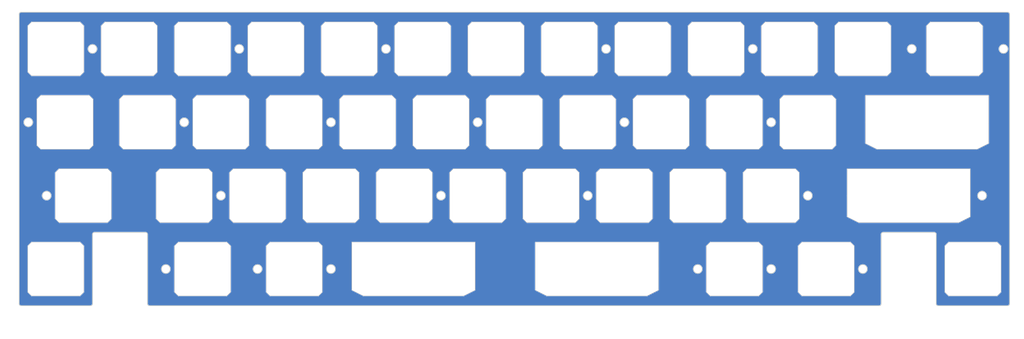
<source format=kicad_pcb>
(kicad_pcb (version 20221018) (generator pcbnew)
  (layers (0 "F.Cu" signal) (31 "B.Cu" signal) (34 "B.Paste" user) (35 "F.Paste" user) (36 "B.SilkS" user "B.Silkscreen") (37 "F.SilkS" user "F.Silkscreen") (38 "B.Mask" user) (39 "F.Mask" user) (44 "Edge.Cuts" user))
  (net 0 "")
  (net 1 "GND")
  (footprint "cipulot_parts:ecs_plate_cut_1U" (layer "F.Cu") (at 26.9875 91.28125)
    (fp_text reference "REF**")
    (fp_text value "Value " hide)
    (fp_line (start -7.3 -6) (end -7.3 6) (stroke (width 0.12)) (layer "Edge.Cuts"))
    (fp_line (start -7.3 6) (end -6.3 7) (stroke (width 0.12)) (layer "Edge.Cuts"))
    (fp_line (start -6.3 -7) (end -7.3 -6) (stroke (width 0.12)) (layer "Edge.Cuts"))
    (fp_line (start -6.3 7) (end 6.3 7) (stroke (width 0.12)) (layer "Edge.Cuts"))
    (fp_line (start 6.3 -7) (end -6.3 -7) (stroke (width 0.12)) (layer "Edge.Cuts"))
    (fp_line (start 6.3 -7) (end 7.3 -6) (stroke (width 0.12)) (layer "Edge.Cuts"))
    (fp_line (start 6.3 7) (end 7.3 6) (stroke (width 0.12)) (layer "Edge.Cuts"))
    (fp_line (start 7.3 6) (end 7.3 -6) (stroke (width 0.12)) (layer "Edge.Cuts"))
  )
  (footprint "cipulot_parts:ecs_plate_cut_1U" (layer "F.Cu") (at 136.525 72.23125)
    (fp_text reference "REF**")
    (fp_text value "Value " hide)
    (fp_line (start -7.3 -6) (end -7.3 6) (stroke (width 0.12)) (layer "Edge.Cuts"))
    (fp_line (start -7.3 6) (end -6.3 7) (stroke (width 0.12)) (layer "Edge.Cuts"))
    (fp_line (start -6.3 -7) (end -7.3 -6) (stroke (width 0.12)) (layer "Edge.Cuts"))
    (fp_line (start -6.3 7) (end 6.3 7) (stroke (width 0.12)) (layer "Edge.Cuts"))
    (fp_line (start 6.3 -7) (end -6.3 -7) (stroke (width 0.12)) (layer "Edge.Cuts"))
    (fp_line (start 6.3 -7) (end 7.3 -6) (stroke (width 0.12)) (layer "Edge.Cuts"))
    (fp_line (start 6.3 7) (end 7.3 6) (stroke (width 0.12)) (layer "Edge.Cuts"))
    (fp_line (start 7.3 6) (end 7.3 -6) (stroke (width 0.12)) (layer "Edge.Cuts"))
  )
  (footprint "cipulot_parts:ecs_plate_cut_1U" (layer "F.Cu") (at 146.05 53.18125)
    (fp_text reference "REF**")
    (fp_text value "Value " hide)
    (fp_line (start -7.3 -6) (end -7.3 6) (stroke (width 0.12)) (layer "Edge.Cuts"))
    (fp_line (start -7.3 6) (end -6.3 7) (stroke (width 0.12)) (layer "Edge.Cuts"))
    (fp_line (start -6.3 -7) (end -7.3 -6) (stroke (width 0.12)) (layer "Edge.Cuts"))
    (fp_line (start -6.3 7) (end 6.3 7) (stroke (width 0.12)) (layer "Edge.Cuts"))
    (fp_line (start 6.3 -7) (end -6.3 -7) (stroke (width 0.12)) (layer "Edge.Cuts"))
    (fp_line (start 6.3 -7) (end 7.3 -6) (stroke (width 0.12)) (layer "Edge.Cuts"))
    (fp_line (start 6.3 7) (end 7.3 6) (stroke (width 0.12)) (layer "Edge.Cuts"))
    (fp_line (start 7.3 6) (end 7.3 -6) (stroke (width 0.12)) (layer "Edge.Cuts"))
  )
  (footprint "cipulot_parts:ecs_plate_cut_1U" (layer "F.Cu") (at 46.0375 34.13125)
    (fp_text reference "REF**")
    (fp_text value "Value " hide)
    (fp_line (start -7.3 -6) (end -7.3 6) (stroke (width 0.12)) (layer "Edge.Cuts"))
    (fp_line (start -7.3 6) (end -6.3 7) (stroke (width 0.12)) (layer "Edge.Cuts"))
    (fp_line (start -6.3 -7) (end -7.3 -6) (stroke (width 0.12)) (layer "Edge.Cuts"))
    (fp_line (start -6.3 7) (end 6.3 7) (stroke (width 0.12)) (layer "Edge.Cuts"))
    (fp_line (start 6.3 -7) (end -6.3 -7) (stroke (width 0.12)) (layer "Edge.Cuts"))
    (fp_line (start 6.3 -7) (end 7.3 -6) (stroke (width 0.12)) (layer "Edge.Cuts"))
    (fp_line (start 6.3 7) (end 7.3 6) (stroke (width 0.12)) (layer "Edge.Cuts"))
    (fp_line (start 7.3 6) (end 7.3 -6) (stroke (width 0.12)) (layer "Edge.Cuts"))
  )
  (footprint "cipulot_parts:ecs_plate_cut_1U" (layer "F.Cu") (at 227.0125 91.28125)
    (fp_text reference "REF**")
    (fp_text value "Value " hide)
    (fp_line (start -7.3 -6) (end -7.3 6) (stroke (width 0.12)) (layer "Edge.Cuts"))
    (fp_line (start -7.3 6) (end -6.3 7) (stroke (width 0.12)) (layer "Edge.Cuts"))
    (fp_line (start -6.3 -7) (end -7.3 -6) (stroke (width 0.12)) (layer "Edge.Cuts"))
    (fp_line (start -6.3 7) (end 6.3 7) (stroke (width 0.12)) (layer "Edge.Cuts"))
    (fp_line (start 6.3 -7) (end -6.3 -7) (stroke (width 0.12)) (layer "Edge.Cuts"))
    (fp_line (start 6.3 -7) (end 7.3 -6) (stroke (width 0.12)) (layer "Edge.Cuts"))
    (fp_line (start 6.3 7) (end 7.3 6) (stroke (width 0.12)) (layer "Edge.Cuts"))
    (fp_line (start 7.3 6) (end 7.3 -6) (stroke (width 0.12)) (layer "Edge.Cuts"))
  )
  (footprint "cipulot_parts:ecs_plate_cut_1U" (layer "F.Cu") (at 79.375 72.23125)
    (fp_text reference "REF**")
    (fp_text value "Value " hide)
    (fp_line (start -7.3 -6) (end -7.3 6) (stroke (width 0.12)) (layer "Edge.Cuts"))
    (fp_line (start -7.3 6) (end -6.3 7) (stroke (width 0.12)) (layer "Edge.Cuts"))
    (fp_line (start -6.3 -7) (end -7.3 -6) (stroke (width 0.12)) (layer "Edge.Cuts"))
    (fp_line (start -6.3 7) (end 6.3 7) (stroke (width 0.12)) (layer "Edge.Cuts"))
    (fp_line (start 6.3 -7) (end -6.3 -7) (stroke (width 0.12)) (layer "Edge.Cuts"))
    (fp_line (start 6.3 -7) (end 7.3 -6) (stroke (width 0.12)) (layer "Edge.Cuts"))
    (fp_line (start 6.3 7) (end 7.3 6) (stroke (width 0.12)) (layer "Edge.Cuts"))
    (fp_line (start 7.3 6) (end 7.3 -6) (stroke (width 0.12)) (layer "Edge.Cuts"))
  )
  (footprint "cipulot_parts:ecs_plate_cut_1U" (layer "F.Cu") (at 88.9 53.18125)
    (fp_text reference "REF**")
    (fp_text value "Value " hide)
    (fp_line (start -7.3 -6) (end -7.3 6) (stroke (width 0.12)) (layer "Edge.Cuts"))
    (fp_line (start -7.3 6) (end -6.3 7) (stroke (width 0.12)) (layer "Edge.Cuts"))
    (fp_line (start -6.3 -7) (end -7.3 -6) (stroke (width 0.12)) (layer "Edge.Cuts"))
    (fp_line (start -6.3 7) (end 6.3 7) (stroke (width 0.12)) (layer "Edge.Cuts"))
    (fp_line (start 6.3 -7) (end -6.3 -7) (stroke (width 0.12)) (layer "Edge.Cuts"))
    (fp_line (start 6.3 -7) (end 7.3 -6) (stroke (width 0.12)) (layer "Edge.Cuts"))
    (fp_line (start 6.3 7) (end 7.3 6) (stroke (width 0.12)) (layer "Edge.Cuts"))
    (fp_line (start 7.3 6) (end 7.3 -6) (stroke (width 0.12)) (layer "Edge.Cuts"))
  )
  (footprint "cipulot_parts:ecs_plate_cut_1U" (layer "F.Cu") (at 260.35 34.13125)
    (fp_text reference "REF**")
    (fp_text value "Value " hide)
    (fp_line (start -7.3 -6) (end -7.3 6) (stroke (width 0.12)) (layer "Edge.Cuts"))
    (fp_line (start -7.3 6) (end -6.3 7) (stroke (width 0.12)) (layer "Edge.Cuts"))
    (fp_line (start -6.3 -7) (end -7.3 -6) (stroke (width 0.12)) (layer "Edge.Cuts"))
    (fp_line (start -6.3 7) (end 6.3 7) (stroke (width 0.12)) (layer "Edge.Cuts"))
    (fp_line (start 6.3 -7) (end -6.3 -7) (stroke (width 0.12)) (layer "Edge.Cuts"))
    (fp_line (start 6.3 -7) (end 7.3 -6) (stroke (width 0.12)) (layer "Edge.Cuts"))
    (fp_line (start 6.3 7) (end 7.3 6) (stroke (width 0.12)) (layer "Edge.Cuts"))
    (fp_line (start 7.3 6) (end 7.3 -6) (stroke (width 0.12)) (layer "Edge.Cuts"))
  )
  (footprint "cipulot_parts:ecs_plate_cut_1U" (layer "F.Cu") (at 127 53.18125)
    (fp_text reference "REF**")
    (fp_text value "Value " hide)
    (fp_line (start -7.3 -6) (end -7.3 6) (stroke (width 0.12)) (layer "Edge.Cuts"))
    (fp_line (start -7.3 6) (end -6.3 7) (stroke (width 0.12)) (layer "Edge.Cuts"))
    (fp_line (start -6.3 -7) (end -7.3 -6) (stroke (width 0.12)) (layer "Edge.Cuts"))
    (fp_line (start -6.3 7) (end 6.3 7) (stroke (width 0.12)) (layer "Edge.Cuts"))
    (fp_line (start 6.3 -7) (end -6.3 -7) (stroke (width 0.12)) (layer "Edge.Cuts"))
    (fp_line (start 6.3 -7) (end 7.3 -6) (stroke (width 0.12)) (layer "Edge.Cuts"))
    (fp_line (start 6.3 7) (end 7.3 6) (stroke (width 0.12)) (layer "Edge.Cuts"))
    (fp_line (start 7.3 6) (end 7.3 -6) (stroke (width 0.12)) (layer "Edge.Cuts"))
  )
  (footprint "cipulot_parts:ecs_plate_cut_1U" (layer "F.Cu") (at 198.4375 34.13125)
    (fp_text reference "REF**")
    (fp_text value "Value " hide)
    (fp_line (start -7.3 -6) (end -7.3 6) (stroke (width 0.12)) (layer "Edge.Cuts"))
    (fp_line (start -7.3 6) (end -6.3 7) (stroke (width 0.12)) (layer "Edge.Cuts"))
    (fp_line (start -6.3 -7) (end -7.3 -6) (stroke (width 0.12)) (layer "Edge.Cuts"))
    (fp_line (start -6.3 7) (end 6.3 7) (stroke (width 0.12)) (layer "Edge.Cuts"))
    (fp_line (start 6.3 -7) (end -6.3 -7) (stroke (width 0.12)) (layer "Edge.Cuts"))
    (fp_line (start 6.3 -7) (end 7.3 -6) (stroke (width 0.12)) (layer "Edge.Cuts"))
    (fp_line (start 6.3 7) (end 7.3 6) (stroke (width 0.12)) (layer "Edge.Cuts"))
    (fp_line (start 7.3 6) (end 7.3 -6) (stroke (width 0.12)) (layer "Edge.Cuts"))
  )
  (footprint "cipulot_parts:ecs_plate_cut_1U" (layer "F.Cu") (at 203.2 53.18125)
    (fp_text reference "REF**")
    (fp_text value "Value " hide)
    (fp_line (start -7.3 -6) (end -7.3 6) (stroke (width 0.12)) (layer "Edge.Cuts"))
    (fp_line (start -7.3 6) (end -6.3 7) (stroke (width 0.12)) (layer "Edge.Cuts"))
    (fp_line (start -6.3 -7) (end -7.3 -6) (stroke (width 0.12)) (layer "Edge.Cuts"))
    (fp_line (start -6.3 7) (end 6.3 7) (stroke (width 0.12)) (layer "Edge.Cuts"))
    (fp_line (start 6.3 -7) (end -6.3 -7) (stroke (width 0.12)) (layer "Edge.Cuts"))
    (fp_line (start 6.3 -7) (end 7.3 -6) (stroke (width 0.12)) (layer "Edge.Cuts"))
    (fp_line (start 6.3 7) (end 7.3 6) (stroke (width 0.12)) (layer "Edge.Cuts"))
    (fp_line (start 7.3 6) (end 7.3 -6) (stroke (width 0.12)) (layer "Edge.Cuts"))
  )
  (footprint "cipulot_parts:ecs_plate_cut_1U" (layer "F.Cu") (at 165.1 53.18125)
    (fp_text reference "REF**")
    (fp_text value "Value " hide)
    (fp_line (start -7.3 -6) (end -7.3 6) (stroke (width 0.12)) (layer "Edge.Cuts"))
    (fp_line (start -7.3 6) (end -6.3 7) (stroke (width 0.12)) (layer "Edge.Cuts"))
    (fp_line (start -6.3 -7) (end -7.3 -6) (stroke (width 0.12)) (layer "Edge.Cuts"))
    (fp_line (start -6.3 7) (end 6.3 7) (stroke (width 0.12)) (layer "Edge.Cuts"))
    (fp_line (start 6.3 -7) (end -6.3 -7) (stroke (width 0.12)) (layer "Edge.Cuts"))
    (fp_line (start 6.3 -7) (end 7.3 -6) (stroke (width 0.12)) (layer "Edge.Cuts"))
    (fp_line (start 6.3 7) (end 7.3 6) (stroke (width 0.12)) (layer "Edge.Cuts"))
    (fp_line (start 7.3 6) (end 7.3 -6) (stroke (width 0.12)) (layer "Edge.Cuts"))
  )
  (footprint "cipulot_parts:ecs_plate_cut_1U" (layer "F.Cu") (at 217.4875 34.13125)
    (fp_text reference "REF**")
    (fp_text value "Value " hide)
    (fp_line (start -7.3 -6) (end -7.3 6) (stroke (width 0.12)) (layer "Edge.Cuts"))
    (fp_line (start -7.3 6) (end -6.3 7) (stroke (width 0.12)) (layer "Edge.Cuts"))
    (fp_line (start -6.3 -7) (end -7.3 -6) (stroke (width 0.12)) (layer "Edge.Cuts"))
    (fp_line (start -6.3 7) (end 6.3 7) (stroke (width 0.12)) (layer "Edge.Cuts"))
    (fp_line (start 6.3 -7) (end -6.3 -7) (stroke (width 0.12)) (layer "Edge.Cuts"))
    (fp_line (start 6.3 -7) (end 7.3 -6) (stroke (width 0.12)) (layer "Edge.Cuts"))
    (fp_line (start 6.3 7) (end 7.3 6) (stroke (width 0.12)) (layer "Edge.Cuts"))
    (fp_line (start 7.3 6) (end 7.3 -6) (stroke (width 0.12)) (layer "Edge.Cuts"))
  )
  (footprint "cipulot_parts:ecs_plate_cut_1U" (layer "F.Cu") (at 117.475 72.23125)
    (fp_text reference "REF**")
    (fp_text value "Value " hide)
    (fp_line (start -7.3 -6) (end -7.3 6) (stroke (width 0.12)) (layer "Edge.Cuts"))
    (fp_line (start -7.3 6) (end -6.3 7) (stroke (width 0.12)) (layer "Edge.Cuts"))
    (fp_line (start -6.3 -7) (end -7.3 -6) (stroke (width 0.12)) (layer "Edge.Cuts"))
    (fp_line (start -6.3 7) (end 6.3 7) (stroke (width 0.12)) (layer "Edge.Cuts"))
    (fp_line (start 6.3 -7) (end -6.3 -7) (stroke (width 0.12)) (layer "Edge.Cuts"))
    (fp_line (start 6.3 -7) (end 7.3 -6) (stroke (width 0.12)) (layer "Edge.Cuts"))
    (fp_line (start 6.3 7) (end 7.3 6) (stroke (width 0.12)) (layer "Edge.Cuts"))
    (fp_line (start 7.3 6) (end 7.3 -6) (stroke (width 0.12)) (layer "Edge.Cuts"))
  )
  (footprint "cipulot_parts:ecs_plate_cut_1U" (layer "F.Cu") (at 84.137501 34.13125)
    (fp_text reference "REF**")
    (fp_text value "Value " hide)
    (fp_line (start -7.3 -6) (end -7.3 6) (stroke (width 0.12)) (layer "Edge.Cuts"))
    (fp_line (start -7.3 6) (end -6.3 7) (stroke (width 0.12)) (layer "Edge.Cuts"))
    (fp_line (start -6.3 -7) (end -7.3 -6) (stroke (width 0.12)) (layer "Edge.Cuts"))
    (fp_line (start -6.3 7) (end 6.3 7) (stroke (width 0.12)) (layer "Edge.Cuts"))
    (fp_line (start 6.3 -7) (end -6.3 -7) (stroke (width 0.12)) (layer "Edge.Cuts"))
    (fp_line (start 6.3 -7) (end 7.3 -6) (stroke (width 0.12)) (layer "Edge.Cuts"))
    (fp_line (start 6.3 7) (end 7.3 6) (stroke (width 0.12)) (layer "Edge.Cuts"))
    (fp_line (start 7.3 6) (end 7.3 -6) (stroke (width 0.12)) (layer "Edge.Cuts"))
  )
  (footprint "cipulot_parts:ecs_plate_cut_1U" (layer "F.Cu") (at 34.13125 72.23125)
    (fp_text reference "REF**")
    (fp_text value "Value " hide)
    (fp_line (start -7.3 -6) (end -7.3 6) (stroke (width 0.12)) (layer "Edge.Cuts"))
    (fp_line (start -7.3 6) (end -6.3 7) (stroke (width 0.12)) (layer "Edge.Cuts"))
    (fp_line (start -6.3 -7) (end -7.3 -6) (stroke (width 0.12)) (layer "Edge.Cuts"))
    (fp_line (start -6.3 7) (end 6.3 7) (stroke (width 0.12)) (layer "Edge.Cuts"))
    (fp_line (start 6.3 -7) (end -6.3 -7) (stroke (width 0.12)) (layer "Edge.Cuts"))
    (fp_line (start 6.3 -7) (end 7.3 -6) (stroke (width 0.12)) (layer "Edge.Cuts"))
    (fp_line (start 6.3 7) (end 7.3 6) (stroke (width 0.12)) (layer "Edge.Cuts"))
    (fp_line (start 7.3 6) (end 7.3 -6) (stroke (width 0.12)) (layer "Edge.Cuts"))
  )
  (footprint "cipulot_parts:ecs_plate_cut_1U" (layer "F.Cu") (at 155.575 72.23125)
    (fp_text reference "REF**")
    (fp_text value "Value " hide)
    (fp_line (start -7.3 -6) (end -7.3 6) (stroke (width 0.12)) (layer "Edge.Cuts"))
    (fp_line (start -7.3 6) (end -6.3 7) (stroke (width 0.12)) (layer "Edge.Cuts"))
    (fp_line (start -6.3 -7) (end -7.3 -6) (stroke (width 0.12)) (layer "Edge.Cuts"))
    (fp_line (start -6.3 7) (end 6.3 7) (stroke (width 0.12)) (layer "Edge.Cuts"))
    (fp_line (start 6.3 -7) (end -6.3 -7) (stroke (width 0.12)) (layer "Edge.Cuts"))
    (fp_line (start 6.3 -7) (end 7.3 -6) (stroke (width 0.12)) (layer "Edge.Cuts"))
    (fp_line (start 6.3 7) (end 7.3 6) (stroke (width 0.12)) (layer "Edge.Cuts"))
    (fp_line (start 7.3 6) (end 7.3 -6) (stroke (width 0.12)) (layer "Edge.Cuts"))
  )
  (footprint "cipulot_parts:ecs_plate_cut_1U" (layer "F.Cu") (at 60.325 72.23125)
    (fp_text reference "REF**")
    (fp_text value "Value " hide)
    (fp_line (start -7.3 -6) (end -7.3 6) (stroke (width 0.12)) (layer "Edge.Cuts"))
    (fp_line (start -7.3 6) (end -6.3 7) (stroke (width 0.12)) (layer "Edge.Cuts"))
    (fp_line (start -6.3 -7) (end -7.3 -6) (stroke (width 0.12)) (layer "Edge.Cuts"))
    (fp_line (start -6.3 7) (end 6.3 7) (stroke (width 0.12)) (layer "Edge.Cuts"))
    (fp_line (start 6.3 -7) (end -6.3 -7) (stroke (width 0.12)) (layer "Edge.Cuts"))
    (fp_line (start 6.3 -7) (end 7.3 -6) (stroke (width 0.12)) (layer "Edge.Cuts"))
    (fp_line (start 6.3 7) (end 7.3 6) (stroke (width 0.12)) (layer "Edge.Cuts"))
    (fp_line (start 7.3 6) (end 7.3 -6) (stroke (width 0.12)) (layer "Edge.Cuts"))
  )
  (footprint "cipulot_parts:ecs_plate_cut_1U" (layer "F.Cu") (at 50.8 53.18125)
    (fp_text reference "REF**")
    (fp_text value "Value " hide)
    (fp_line (start -7.3 -6) (end -7.3 6) (stroke (width 0.12)) (layer "Edge.Cuts"))
    (fp_line (start -7.3 6) (end -6.3 7) (stroke (width 0.12)) (layer "Edge.Cuts"))
    (fp_line (start -6.3 -7) (end -7.3 -6) (stroke (width 0.12)) (layer "Edge.Cuts"))
    (fp_line (start -6.3 7) (end 6.3 7) (stroke (width 0.12)) (layer "Edge.Cuts"))
    (fp_line (start 6.3 -7) (end -6.3 -7) (stroke (width 0.12)) (layer "Edge.Cuts"))
    (fp_line (start 6.3 -7) (end 7.3 -6) (stroke (width 0.12)) (layer "Edge.Cuts"))
    (fp_line (start 6.3 7) (end 7.3 6) (stroke (width 0.12)) (layer "Edge.Cuts"))
    (fp_line (start 7.3 6) (end 7.3 -6) (stroke (width 0.12)) (layer "Edge.Cuts"))
  )
  (footprint "cipulot_parts:ecs_plate_cut_1U" (layer "F.Cu") (at 107.95 53.18125)
    (fp_text reference "REF**")
    (fp_text value "Value " hide)
    (fp_line (start -7.3 -6) (end -7.3 6) (stroke (width 0.12)) (layer "Edge.Cuts"))
    (fp_line (start -7.3 6) (end -6.3 7) (stroke (width 0.12)) (layer "Edge.Cuts"))
    (fp_line (start -6.3 -7) (end -7.3 -6) (stroke (width 0.12)) (layer "Edge.Cuts"))
    (fp_line (start -6.3 7) (end 6.3 7) (stroke (width 0.12)) (layer "Edge.Cuts"))
    (fp_line (start 6.3 -7) (end -6.3 -7) (stroke (width 0.12)) (layer "Edge.Cuts"))
    (fp_line (start 6.3 -7) (end 7.3 -6) (stroke (width 0.12)) (layer "Edge.Cuts"))
    (fp_line (start 6.3 7) (end 7.3 6) (stroke (width 0.12)) (layer "Edge.Cuts"))
    (fp_line (start 7.3 6) (end 7.3 -6) (stroke (width 0.12)) (layer "Edge.Cuts"))
  )
  (footprint "cipulot_parts:ecs_plate_cut_1U" (layer "F.Cu") (at 65.0875 34.13125)
    (fp_text reference "REF**")
    (fp_text value "Value " hide)
    (fp_line (start -7.3 -6) (end -7.3 6) (stroke (width 0.12)) (layer "Edge.Cuts"))
    (fp_line (start -7.3 6) (end -6.3 7) (stroke (width 0.12)) (layer "Edge.Cuts"))
    (fp_line (start -6.3 -7) (end -7.3 -6) (stroke (width 0.12)) (layer "Edge.Cuts"))
    (fp_line (start -6.3 7) (end 6.3 7) (stroke (width 0.12)) (layer "Edge.Cuts"))
    (fp_line (start 6.3 -7) (end -6.3 -7) (stroke (width 0.12)) (layer "Edge.Cuts"))
    (fp_line (start 6.3 -7) (end 7.3 -6) (stroke (width 0.12)) (layer "Edge.Cuts"))
    (fp_line (start 6.3 7) (end 7.3 6) (stroke (width 0.12)) (layer "Edge.Cuts"))
    (fp_line (start 7.3 6) (end 7.3 -6) (stroke (width 0.12)) (layer "Edge.Cuts"))
  )
  (footprint "cipulot_parts:ecs_plate_cut_1U" (layer "F.Cu") (at 141.2875 34.13125)
    (fp_text reference "REF**")
    (fp_text value "Value " hide)
    (fp_line (start -7.3 -6) (end -7.3 6) (stroke (width 0.12)) (layer "Edge.Cuts"))
    (fp_line (start -7.3 6) (end -6.3 7) (stroke (width 0.12)) (layer "Edge.Cuts"))
    (fp_line (start -6.3 -7) (end -7.3 -6) (stroke (width 0.12)) (layer "Edge.Cuts"))
    (fp_line (start -6.3 7) (end 6.3 7) (stroke (width 0.12)) (layer "Edge.Cuts"))
    (fp_line (start 6.3 -7) (end -6.3 -7) (stroke (width 0.12)) (layer "Edge.Cuts"))
    (fp_line (start 6.3 -7) (end 7.3 -6) (stroke (width 0.12)) (layer "Edge.Cuts"))
    (fp_line (start 6.3 7) (end 7.3 6) (stroke (width 0.12)) (layer "Edge.Cuts"))
    (fp_line (start 7.3 6) (end 7.3 -6) (stroke (width 0.12)) (layer "Edge.Cuts"))
  )
  (footprint "cipulot_parts:ecs_plate_cut_1U" (layer "F.Cu") (at 29.36875 53.18125)
    (fp_text reference "REF**")
    (fp_text value "Value " hide)
    (fp_line (start -7.3 -6) (end -7.3 6) (stroke (width 0.12)) (layer "Edge.Cuts"))
    (fp_line (start -7.3 6) (end -6.3 7) (stroke (width 0.12)) (layer "Edge.Cuts"))
    (fp_line (start -6.3 -7) (end -7.3 -6) (stroke (width 0.12)) (layer "Edge.Cuts"))
    (fp_line (start -6.3 7) (end 6.3 7) (stroke (width 0.12)) (layer "Edge.Cuts"))
    (fp_line (start 6.3 -7) (end -6.3 -7) (stroke (width 0.12)) (layer "Edge.Cuts"))
    (fp_line (start 6.3 -7) (end 7.3 -6) (stroke (width 0.12)) (layer "Edge.Cuts"))
    (fp_line (start 6.3 7) (end 7.3 6) (stroke (width 0.12)) (layer "Edge.Cuts"))
    (fp_line (start 7.3 6) (end 7.3 -6) (stroke (width 0.12)) (layer "Edge.Cuts"))
  )
  (footprint "cipulot_parts:ecs_plate_cut_1U" (layer "F.Cu") (at 160.3375 34.13125)
    (fp_text reference "REF**")
    (fp_text value "Value " hide)
    (fp_line (start -7.3 -6) (end -7.3 6) (stroke (width 0.12)) (layer "Edge.Cuts"))
    (fp_line (start -7.3 6) (end -6.3 7) (stroke (width 0.12)) (layer "Edge.Cuts"))
    (fp_line (start -6.3 -7) (end -7.3 -6) (stroke (width 0.12)) (layer "Edge.Cuts"))
    (fp_line (start -6.3 7) (end 6.3 7) (stroke (width 0.12)) (layer "Edge.Cuts"))
    (fp_line (start 6.3 -7) (end -6.3 -7) (stroke (width 0.12)) (layer "Edge.Cuts"))
    (fp_line (start 6.3 -7) (end 7.3 -6) (stroke (width 0.12)) (layer "Edge.Cuts"))
    (fp_line (start 6.3 7) (end 7.3 6) (stroke (width 0.12)) (layer "Edge.Cuts"))
    (fp_line (start 7.3 6) (end 7.3 -6) (stroke (width 0.12)) (layer "Edge.Cuts"))
  )
  (footprint "cipulot_parts:ecs_plate_cut_1U" (layer "F.Cu") (at 88.9 91.28125)
    (fp_text reference "REF**")
    (fp_text value "Value " hide)
    (fp_line (start -7.3 -6) (end -7.3 6) (stroke (width 0.12)) (layer "Edge.Cuts"))
    (fp_line (start -7.3 6) (end -6.3 7) (stroke (width 0.12)) (layer "Edge.Cuts"))
    (fp_line (start -6.3 -7) (end -7.3 -6) (stroke (width 0.12)) (layer "Edge.Cuts"))
    (fp_line (start -6.3 7) (end 6.3 7) (stroke (width 0.12)) (layer "Edge.Cuts"))
    (fp_line (start 6.3 -7) (end -6.3 -7) (stroke (width 0.12)) (layer "Edge.Cuts"))
    (fp_line (start 6.3 -7) (end 7.3 -6) (stroke (width 0.12)) (layer "Edge.Cuts"))
    (fp_line (start 6.3 7) (end 7.3 6) (stroke (width 0.12)) (layer "Edge.Cuts"))
    (fp_line (start 7.3 6) (end 7.3 -6) (stroke (width 0.12)) (layer "Edge.Cuts"))
  )
  (footprint "cipulot_parts:ecs_plate_cut_1U" (layer "F.Cu") (at 122.2375 34.13125)
    (fp_text reference "REF**")
    (fp_text value "Value " hide)
    (fp_line (start -7.3 -6) (end -7.3 6) (stroke (width 0.12)) (layer "Edge.Cuts"))
    (fp_line (start -7.3 6) (end -6.3 7) (stroke (width 0.12)) (layer "Edge.Cuts"))
    (fp_line (start -6.3 -7) (end -7.3 -6) (stroke (width 0.12)) (layer "Edge.Cuts"))
    (fp_line (start -6.3 7) (end 6.3 7) (stroke (width 0.12)) (layer "Edge.Cuts"))
    (fp_line (start 6.3 -7) (end -6.3 -7) (stroke (width 0.12)) (layer "Edge.Cuts"))
    (fp_line (start 6.3 -7) (end 7.3 -6) (stroke (width 0.12)) (layer "Edge.Cuts"))
    (fp_line (start 6.3 7) (end 7.3 6) (stroke (width 0.12)) (layer "Edge.Cuts"))
    (fp_line (start 7.3 6) (end 7.3 -6) (stroke (width 0.12)) (layer "Edge.Cuts"))
  )
  (footprint "cipulot_parts:ecs_plate_cut_1U" (layer "F.Cu") (at 212.725 72.23125)
    (fp_text reference "REF**")
    (fp_text value "Value " hide)
    (fp_line (start -7.3 -6) (end -7.3 6) (stroke (width 0.12)) (layer "Edge.Cuts"))
    (fp_line (start -7.3 6) (end -6.3 7) (stroke (width 0.12)) (layer "Edge.Cuts"))
    (fp_line (start -6.3 -7) (end -7.3 -6) (stroke (width 0.12)) (layer "Edge.Cuts"))
    (fp_line (start -6.3 7) (end 6.3 7) (stroke (width 0.12)) (layer "Edge.Cuts"))
    (fp_line (start 6.3 -7) (end -6.3 -7) (stroke (width 0.12)) (layer "Edge.Cuts"))
    (fp_line (start 6.3 -7) (end 7.3 -6) (stroke (width 0.12)) (layer "Edge.Cuts"))
    (fp_line (start 6.3 7) (end 7.3 6) (stroke (width 0.12)) (layer "Edge.Cuts"))
    (fp_line (start 7.3 6) (end 7.3 -6) (stroke (width 0.12)) (layer "Edge.Cuts"))
  )
  (footprint "cipulot_parts:ecs_plate_cut_1U" (layer "F.Cu") (at 69.85 53.18125)
    (fp_text reference "REF**")
    (fp_text value "Value " hide)
    (fp_line (start -7.3 -6) (end -7.3 6) (stroke (width 0.12)) (layer "Edge.Cuts"))
    (fp_line (start -7.3 6) (end -6.3 7) (stroke (width 0.12)) (layer "Edge.Cuts"))
    (fp_line (start -6.3 -7) (end -7.3 -6) (stroke (width 0.12)) (layer "Edge.Cuts"))
    (fp_line (start -6.3 7) (end 6.3 7) (stroke (width 0.12)) (layer "Edge.Cuts"))
    (fp_line (start 6.3 -7) (end -6.3 -7) (stroke (width 0.12)) (layer "Edge.Cuts"))
    (fp_line (start 6.3 -7) (end 7.3 -6) (stroke (width 0.12)) (layer "Edge.Cuts"))
    (fp_line (start 6.3 7) (end 7.3 6) (stroke (width 0.12)) (layer "Edge.Cuts"))
    (fp_line (start 7.3 6) (end 7.3 -6) (stroke (width 0.12)) (layer "Edge.Cuts"))
  )
  (footprint "cipulot_parts:ecs_plate_cut_1U" (layer "F.Cu") (at 203.2 91.28125)
    (fp_text reference "REF**")
    (fp_text value "Value " hide)
    (fp_line (start -7.3 -6) (end -7.3 6) (stroke (width 0.12)) (layer "Edge.Cuts"))
    (fp_line (start -7.3 6) (end -6.3 7) (stroke (width 0.12)) (layer "Edge.Cuts"))
    (fp_line (start -6.3 -7) (end -7.3 -6) (stroke (width 0.12)) (layer "Edge.Cuts"))
    (fp_line (start -6.3 7) (end 6.3 7) (stroke (width 0.12)) (layer "Edge.Cuts"))
    (fp_line (start 6.3 -7) (end -6.3 -7) (stroke (width 0.12)) (layer "Edge.Cuts"))
    (fp_line (start 6.3 -7) (end 7.3 -6) (stroke (width 0.12)) (layer "Edge.Cuts"))
    (fp_line (start 6.3 7) (end 7.3 6) (stroke (width 0.12)) (layer "Edge.Cuts"))
    (fp_line (start 7.3 6) (end 7.3 -6) (stroke (width 0.12)) (layer "Edge.Cuts"))
  )
  (footprint "cipulot_parts:ecs_plate_cut_2U" (layer "F.Cu") (at 248.44375 72.23125)
    (fp_text reference "REF**")
    (fp_text value "Value " hide)
    (fp_line (start -16 -7) (end 16 -7) (stroke (width 0.12)) (layer "Edge.Cuts"))
    (fp_line (start -16 0) (end -16 -7) (stroke (width 0.12)) (layer "Edge.Cuts"))
    (fp_line (start -16 0) (end -16 5.5) (stroke (width 0.12)) (layer "Edge.Cuts"))
    (fp_line (start -16 5.5) (end -13 7) (stroke (width 0.12)) (layer "Edge.Cuts"))
    (fp_line (start 13 7) (end -13 7) (stroke (width 0.12)) (layer "Edge.Cuts"))
    (fp_line (start 16 -7) (end 16 0) (stroke (width 0.12)) (layer "Edge.Cuts"))
    (fp_line (start 16 0) (end 16 5.5) (stroke (width 0.12)) (layer "Edge.Cuts"))
    (fp_line (start 16 5.5) (end 13 7) (stroke (width 0.12)) (layer "Edge.Cuts"))
  )
  (footprint "cipulot_parts:ecs_plate_cut_1U" (layer "F.Cu") (at 174.625 72.23125)
    (fp_text reference "REF**")
    (fp_text value "Value " hide)
    (fp_line (start -7.3 -6) (end -7.3 6) (stroke (width 0.12)) (layer "Edge.Cuts"))
    (fp_line (start -7.3 6) (end -6.3 7) (stroke (width 0.12)) (layer "Edge.Cuts"))
    (fp_line (start -6.3 -7) (end -7.3 -6) (stroke (width 0.12)) (layer "Edge.Cuts"))
    (fp_line (start -6.3 7) (end 6.3 7) (stroke (width 0.12)) (layer "Edge.Cuts"))
    (fp_line (start 6.3 -7) (end -6.3 -7) (stroke (width 0.12)) (layer "Edge.Cuts"))
    (fp_line (start 6.3 -7) (end 7.3 -6) (stroke (width 0.12)) (layer "Edge.Cuts"))
    (fp_line (start 6.3 7) (end 7.3 6) (stroke (width 0.12)) (layer "Edge.Cuts"))
    (fp_line (start 7.3 6) (end 7.3 -6) (stroke (width 0.12)) (layer "Edge.Cuts"))
  )
  (footprint "cipulot_parts:ecs_plate_cut_1U" (layer "F.Cu") (at 98.425 72.23125)
    (fp_text reference "REF**")
    (fp_text value "Value " hide)
    (fp_line (start -7.3 -6) (end -7.3 6) (stroke (width 0.12)) (layer "Edge.Cuts"))
    (fp_line (start -7.3 6) (end -6.3 7) (stroke (width 0.12)) (layer "Edge.Cuts"))
    (fp_line (start -6.3 -7) (end -7.3 -6) (stroke (width 0.12)) (layer "Edge.Cuts"))
    (fp_line (start -6.3 7) (end 6.3 7) (stroke (width 0.12)) (layer "Edge.Cuts"))
    (fp_line (start 6.3 -7) (end -6.3 -7) (stroke (width 0.12)) (layer "Edge.Cuts"))
    (fp_line (start 6.3 -7) (end 7.3 -6) (stroke (width 0.12)) (layer "Edge.Cuts"))
    (fp_line (start 6.3 7) (end 7.3 6) (stroke (width 0.12)) (layer "Edge.Cuts"))
    (fp_line (start 7.3 6) (end 7.3 -6) (stroke (width 0.12)) (layer "Edge.Cuts"))
  )
  (footprint "cipulot_parts:ecs_plate_cut_1U" (layer "F.Cu") (at 222.25 53.18125)
    (fp_text reference "REF**")
    (fp_text value "Value " hide)
    (fp_line (start -7.3 -6) (end -7.3 6) (stroke (width 0.12)) (layer "Edge.Cuts"))
    (fp_line (start -7.3 6) (end -6.3 7) (stroke (width 0.12)) (layer "Edge.Cuts"))
    (fp_line (start -6.3 -7) (end -7.3 -6) (stroke (width 0.12)) (layer "Edge.Cuts"))
    (fp_line (start -6.3 7) (end 6.3 7) (stroke (width 0.12)) (layer "Edge.Cuts"))
    (fp_line (start 6.3 -7) (end -6.3 -7) (stroke (width 0.12)) (layer "Edge.Cuts"))
    (fp_line (start 6.3 -7) (end 7.3 -6) (stroke (width 0.12)) (layer "Edge.Cuts"))
    (fp_line (start 6.3 7) (end 7.3 6) (stroke (width 0.12)) (layer "Edge.Cuts"))
    (fp_line (start 7.3 6) (end 7.3 -6) (stroke (width 0.12)) (layer "Edge.Cuts"))
  )
  (footprint "cipulot_parts:ecs_plate_cut_1U" (layer "F.Cu") (at 236.5375 34.13125)
    (fp_text reference "REF**")
    (fp_text value "Value " hide)
    (fp_line (start -7.3 -6) (end -7.3 6) (stroke (width 0.12)) (layer "Edge.Cuts"))
    (fp_line (start -7.3 6) (end -6.3 7) (stroke (width 0.12)) (layer "Edge.Cuts"))
    (fp_line (start -6.3 -7) (end -7.3 -6) (stroke (width 0.12)) (layer "Edge.Cuts"))
    (fp_line (start -6.3 7) (end 6.3 7) (stroke (width 0.12)) (layer "Edge.Cuts"))
    (fp_line (start 6.3 -7) (end -6.3 -7) (stroke (width 0.12)) (layer "Edge.Cuts"))
    (fp_line (start 6.3 -7) (end 7.3 -6) (stroke (width 0.12)) (layer "Edge.Cuts"))
    (fp_line (start 6.3 7) (end 7.3 6) (stroke (width 0.12)) (layer "Edge.Cuts"))
    (fp_line (start 7.3 6) (end 7.3 -6) (stroke (width 0.12)) (layer "Edge.Cuts"))
  )
  (footprint "cipulot_parts:ecs_plate_cut_1U" (layer "F.Cu") (at 193.675 72.23125)
    (fp_text reference "REF**")
    (fp_text value "Value " hide)
    (fp_line (start -7.3 -6) (end -7.3 6) (stroke (width 0.12)) (layer "Edge.Cuts"))
    (fp_line (start -7.3 6) (end -6.3 7) (stroke (width 0.12)) (layer "Edge.Cuts"))
    (fp_line (start -6.3 -7) (end -7.3 -6) (stroke (width 0.12)) (layer "Edge.Cuts"))
    (fp_line (start -6.3 7) (end 6.3 7) (stroke (width 0.12)) (layer "Edge.Cuts"))
    (fp_line (start 6.3 -7) (end -6.3 -7) (stroke (width 0.12)) (layer "Edge.Cuts"))
    (fp_line (start 6.3 -7) (end 7.3 -6) (stroke (width 0.12)) (layer "Edge.Cuts"))
    (fp_line (start 6.3 7) (end 7.3 6) (stroke (width 0.12)) (layer "Edge.Cuts"))
    (fp_line (start 7.3 6) (end 7.3 -6) (stroke (width 0.12)) (layer "Edge.Cuts"))
  )
  (footprint "cipulot_parts:ecs_plate_cut_1U" (layer "F.Cu") (at 103.1875 34.13125)
    (fp_text reference "REF**")
    (fp_text value "Value " hide)
    (fp_line (start -7.3 -6) (end -7.3 6) (stroke (width 0.12)) (layer "Edge.Cuts"))
    (fp_line (start -7.3 6) (end -6.3 7) (stroke (width 0.12)) (layer "Edge.Cuts"))
    (fp_line (start -6.3 -7) (end -7.3 -6) (stroke (width 0.12)) (layer "Edge.Cuts"))
    (fp_line (start -6.3 7) (end 6.3 7) (stroke (width 0.12)) (layer "Edge.Cuts"))
    (fp_line (start 6.3 -7) (end -6.3 -7) (stroke (width 0.12)) (layer "Edge.Cuts"))
    (fp_line (start 6.3 -7) (end 7.3 -6) (stroke (width 0.12)) (layer "Edge.Cuts"))
    (fp_line (start 6.3 7) (end 7.3 6) (stroke (width 0.12)) (layer "Edge.Cuts"))
    (fp_line (start 7.3 6) (end 7.3 -6) (stroke (width 0.12)) (layer "Edge.Cuts"))
  )
  (footprint "cipulot_parts:ecs_plate_cut_2U" (layer "F.Cu") (at 119.85625 91.28125)
    (fp_text reference "REF**")
    (fp_text value "Value " hide)
    (fp_line (start -16 -7) (end 16 -7) (stroke (width 0.12)) (layer "Edge.Cuts"))
    (fp_line (start -16 0) (end -16 -7) (stroke (width 0.12)) (layer "Edge.Cuts"))
    (fp_line (start -16 0) (end -16 5.5) (stroke (width 0.12)) (layer "Edge.Cuts"))
    (fp_line (start -16 5.5) (end -13 7) (stroke (width 0.12)) (layer "Edge.Cuts"))
    (fp_line (start 13 7) (end -13 7) (stroke (width 0.12)) (layer "Edge.Cuts"))
    (fp_line (start 16 -7) (end 16 0) (stroke (width 0.12)) (layer "Edge.Cuts"))
    (fp_line (start 16 0) (end 16 5.5) (stroke (width 0.12)) (layer "Edge.Cuts"))
    (fp_line (start 16 5.5) (end 13 7) (stroke (width 0.12)) (layer "Edge.Cuts"))
  )
  (footprint "cipulot_parts:ecs_plate_cut_2U" (layer "F.Cu") (at 253.20625 53.18125)
    (fp_text reference "REF**")
    (fp_text value "Value " hide)
    (fp_line (start -16 -7) (end 16 -7) (stroke (width 0.12)) (layer "Edge.Cuts"))
    (fp_line (start -16 0) (end -16 -7) (stroke (width 0.12)) (layer "Edge.Cuts"))
    (fp_line (start -16 0) (end -16 5.5) (stroke (width 0.12)) (layer "Edge.Cuts"))
    (fp_line (start -16 5.5) (end -13 7) (stroke (width 0.12)) (layer "Edge.Cuts"))
    (fp_line (start 13 7) (end -13 7) (stroke (width 0.12)) (layer "Edge.Cuts"))
    (fp_line (start 16 -7) (end 16 0) (stroke (width 0.12)) (layer "Edge.Cuts"))
    (fp_line (start 16 0) (end 16 5.5) (stroke (width 0.12)) (layer "Edge.Cuts"))
    (fp_line (start 16 5.5) (end 13 7) (stroke (width 0.12)) (layer "Edge.Cuts"))
  )
  (footprint "cipulot_parts:ecs_plate_cut_2U" (layer "F.Cu") (at 167.48125 91.28125)
    (fp_text reference "REF**")
    (fp_text value "Value " hide)
    (fp_line (start -16 -7) (end 16 -7) (stroke (width 0.12)) (layer "Edge.Cuts"))
    (fp_line (start -16 0) (end -16 -7) (stroke (width 0.12)) (layer "Edge.Cuts"))
    (fp_line (start -16 0) (end -16 5.5) (stroke (width 0.12)) (layer "Edge.Cuts"))
    (fp_line (start -16 5.5) (end -13 7) (stroke (width 0.12)) (layer "Edge.Cuts"))
    (fp_line (start 13 7) (end -13 7) (stroke (width 0.12)) (layer "Edge.Cuts"))
    (fp_line (start 16 -7) (end 16 0) (stroke (width 0.12)) (layer "Edge.Cuts"))
    (fp_line (start 16 0) (end 16 5.5) (stroke (width 0.12)) (layer "Edge.Cuts"))
    (fp_line (start 16 5.5) (end 13 7) (stroke (width 0.12)) (layer "Edge.Cuts"))
  )
  (footprint "cipulot_parts:ecs_plate_cut_1U" (layer "F.Cu") (at 184.15 53.18125)
    (fp_text reference "REF**")
    (fp_text value "Value " hide)
    (fp_line (start -7.3 -6) (end -7.3 6) (stroke (width 0.12)) (layer "Edge.Cuts"))
    (fp_line (start -7.3 6) (end -6.3 7) (stroke (width 0.12)) (layer "Edge.Cuts"))
    (fp_line (start -6.3 -7) (end -7.3 -6) (stroke (width 0.12)) (layer "Edge.Cuts"))
    (fp_line (start -6.3 7) (end 6.3 7) (stroke (width 0.12)) (layer "Edge.Cuts"))
    (fp_line (start 6.3 -7) (end -6.3 -7) (stroke (width 0.12)) (layer "Edge.Cuts"))
    (fp_line (start 6.3 -7) (end 7.3 -6) (stroke (width 0.12)) (layer "Edge.Cuts"))
    (fp_line (start 6.3 7) (end 7.3 6) (stroke (width 0.12)) (layer "Edge.Cuts"))
    (fp_line (start 7.3 6) (end 7.3 -6) (stroke (width 0.12)) (layer "Edge.Cuts"))
  )
  (footprint "cipulot_parts:ecs_plate_cut_1U" (layer "F.Cu") (at 179.3875 34.13125)
    (fp_text reference "REF**")
    (fp_text value "Value " hide)
    (fp_line (start -7.3 -6) (end -7.3 6) (stroke (width 0.12)) (layer "Edge.Cuts"))
    (fp_line (start -7.3 6) (end -6.3 7) (stroke (width 0.12)) (layer "Edge.Cuts"))
    (fp_line (start -6.3 -7) (end -7.3 -6) (stroke (width 0.12)) (layer "Edge.Cuts"))
    (fp_line (start -6.3 7) (end 6.3 7) (stroke (width 0.12)) (layer "Edge.Cuts"))
    (fp_line (start 6.3 -7) (end -6.3 -7) (stroke (width 0.12)) (layer "Edge.Cuts"))
    (fp_line (start 6.3 -7) (end 7.3 -6) (stroke (width 0.12)) (layer "Edge.Cuts"))
    (fp_line (start 6.3 7) (end 7.3 6) (stroke (width 0.12)) (layer "Edge.Cuts"))
    (fp_line (start 7.3 6) (end 7.3 -6) (stroke (width 0.12)) (layer "Edge.Cuts"))
  )
  (footprint "cipulot_parts:ecs_plate_cut_1U" (layer "F.Cu") (at 265.1125 91.28125)
    (fp_text reference "REF**")
    (fp_text value "Value " hide)
    (fp_line (start -7.3 -6) (end -7.3 6) (stroke (width 0.12)) (layer "Edge.Cuts"))
    (fp_line (start -7.3 6) (end -6.3 7) (stroke (width 0.12)) (layer "Edge.Cuts"))
    (fp_line (start -6.3 -7) (end -7.3 -6) (stroke (width 0.12)) (layer "Edge.Cuts"))
    (fp_line (start -6.3 7) (end 6.3 7) (stroke (width 0.12)) (layer "Edge.Cuts"))
    (fp_line (start 6.3 -7) (end -6.3 -7) (stroke (width 0.12)) (layer "Edge.Cuts"))
    (fp_line (start 6.3 -7) (end 7.3 -6) (stroke (width 0.12)) (layer "Edge.Cuts"))
    (fp_line (start 6.3 7) (end 7.3 6) (stroke (width 0.12)) (layer "Edge.Cuts"))
    (fp_line (start 7.3 6) (end 7.3 -6) (stroke (width 0.12)) (layer "Edge.Cuts"))
  )
  (footprint "cipulot_parts:ecs_plate_cut_1U" (layer "F.Cu") (at 65.0875 91.28125)
    (fp_text reference "REF**")
    (fp_text value "Value " hide)
    (fp_line (start -7.3 -6) (end -7.3 6) (stroke (width 0.12)) (layer "Edge.Cuts"))
    (fp_line (start -7.3 6) (end -6.3 7) (stroke (width 0.12)) (layer "Edge.Cuts"))
    (fp_line (start -6.3 -7) (end -7.3 -6) (stroke (width 0.12)) (layer "Edge.Cuts"))
    (fp_line (start -6.3 7) (end 6.3 7) (stroke (width 0.12)) (layer "Edge.Cuts"))
    (fp_line (start 6.3 -7) (end -6.3 -7) (stroke (width 0.12)) (layer "Edge.Cuts"))
    (fp_line (start 6.3 -7) (end 7.3 -6) (stroke (width 0.12)) (layer "Edge.Cuts"))
    (fp_line (start 6.3 7) (end 7.3 6) (stroke (width 0.12)) (layer "Edge.Cuts"))
    (fp_line (start 7.3 6) (end 7.3 -6) (stroke (width 0.12)) (layer "Edge.Cuts"))
  )
  (footprint "cipulot_parts:ecs_plate_cut_1U" (layer "F.Cu") (at 26.9875 34.13125)
    (fp_text reference "REF**")
    (fp_text value "Value " hide)
    (fp_line (start -7.3 -6) (end -7.3 6) (stroke (width 0.12)) (layer "Edge.Cuts"))
    (fp_line (start -7.3 6) (end -6.3 7) (stroke (width 0.12)) (layer "Edge.Cuts"))
    (fp_line (start -6.3 -7) (end -7.3 -6) (stroke (width 0.12)) (layer "Edge.Cuts"))
    (fp_line (start -6.3 7) (end 6.3 7) (stroke (width 0.12)) (layer "Edge.Cuts"))
    (fp_line (start 6.3 -7) (end -6.3 -7) (stroke (width 0.12)) (layer "Edge.Cuts"))
    (fp_line (start 6.3 -7) (end 7.3 -6) (stroke (width 0.12)) (layer "Edge.Cuts"))
    (fp_line (start 6.3 7) (end 7.3 6) (stroke (width 0.12)) (layer "Edge.Cuts"))
    (fp_line (start 7.3 6) (end 7.3 -6) (stroke (width 0.12)) (layer "Edge.Cuts"))
  )
  (gr_circle (center 24.60625 72.23125) (end 25.75625 72.23125) (stroke (width 0.2)) (fill none) (layer "Edge.Cuts"))
  (gr_arc (start 50.3 81.75625) (mid 50.653553 81.902697) (end 50.8 82.25625) (stroke (width 0.2)) (layer "Edge.Cuts"))
  (gr_circle (center 249.2375 34.13125) (end 250.3875 34.13125) (stroke (width 0.2)) (fill none) (layer "Edge.Cuts"))
  (gr_circle (center 169.8625 34.13125) (end 171.0125 34.13125) (stroke (width 0.2)) (fill none) (layer "Edge.Cuts"))
  (gr_arc (start 241.3 100.30625) (mid 241.153553 100.659803) (end 240.8 100.80625) (stroke (width 0.2)) (layer "Edge.Cuts"))
  (gr_arc (start 241.3 82.25625) (mid 241.446447 81.902697) (end 241.8 81.75625) (stroke (width 0.2)) (layer "Edge.Cuts"))
  (gr_line (start 17.4625 100.30625) (end 17.4625 25.10625) (stroke (width 0.2)) (layer "Edge.Cuts"))
  (gr_circle (center 193.675 91.28125) (end 194.825 91.28125) (stroke (width 0.2)) (fill none) (layer "Edge.Cuts"))
  (gr_circle (center 55.5625 91.28125) (end 56.7125 91.28125) (stroke (width 0.2)) (fill none) (layer "Edge.Cuts"))
  (gr_line (start 50.3 81.75625) (end 37.0125 81.75625) (stroke (width 0.2)) (layer "Edge.Cuts"))
  (gr_line (start 241.3 82.25625) (end 241.3 100.30625) (stroke (width 0.2)) (layer "Edge.Cuts"))
  (gr_circle (center 236.5375 91.28125) (end 237.6875 91.28125) (stroke (width 0.2)) (fill none) (layer "Edge.Cuts"))
  (gr_arc (start 17.9625 100.80625) (mid 17.608947 100.659803) (end 17.4625 100.30625) (stroke (width 0.2)) (layer "Edge.Cuts"))
  (gr_circle (center 60.325 53.18125) (end 61.475 53.18125) (stroke (width 0.2)) (fill none) (layer "Edge.Cuts"))
  (gr_arc (start 274.6375 100.30625) (mid 274.491053 100.659803) (end 274.1375 100.80625) (stroke (width 0.2)) (layer "Edge.Cuts"))
  (gr_circle (center 207.9625 34.13125) (end 209.1125 34.13125) (stroke (width 0.2)) (fill none) (layer "Edge.Cuts"))
  (gr_arc (start 274.1375 24.60625) (mid 274.491053 24.752697) (end 274.6375 25.10625) (stroke (width 0.2)) (layer "Edge.Cuts"))
  (gr_circle (center 36.5125 34.13125) (end 37.6625 34.13125) (stroke (width 0.2)) (fill none) (layer "Edge.Cuts"))
  (gr_circle (center 212.725 53.18125) (end 213.875 53.18125) (stroke (width 0.2)) (fill none) (layer "Edge.Cuts"))
  (gr_circle (center 127 72.23125) (end 128.15 72.23125) (stroke (width 0.2)) (fill none) (layer "Edge.Cuts"))
  (gr_arc (start 255.0875 81.75625) (mid 255.441053 81.902697) (end 255.5875 82.25625) (stroke (width 0.2)) (layer "Edge.Cuts"))
  (gr_circle (center 98.425 91.28125) (end 99.575 91.28125) (stroke (width 0.2)) (fill none) (layer "Edge.Cuts"))
  (gr_circle (center 165.1 72.23125) (end 166.25 72.23125) (stroke (width 0.2)) (fill none) (layer "Edge.Cuts"))
  (gr_line (start 240.8 100.80625) (end 51.3 100.80625) (stroke (width 0.2)) (layer "Edge.Cuts"))
  (gr_line (start 274.1375 100.80625) (end 256.0875 100.80625) (stroke (width 0.2)) (layer "Edge.Cuts"))
  (gr_arc (start 51.3 100.80625) (mid 50.946447 100.659803) (end 50.8 100.30625) (stroke (width 0.2)) (layer "Edge.Cuts"))
  (gr_line (start 255.0875 81.75625) (end 241.8 81.75625) (stroke (width 0.2)) (layer "Edge.Cuts"))
  (gr_line (start 36.0125 100.80625) (end 17.9625 100.80625) (stroke (width 0.2)) (layer "Edge.Cuts"))
  (gr_circle (center 222.25 72.23125) (end 223.4 72.23125) (stroke (width 0.2)) (fill none) (layer "Edge.Cuts"))
  (gr_line (start 50.8 100.30625) (end 50.8 82.25625) (stroke (width 0.2)) (layer "Edge.Cuts"))
  (gr_circle (center 69.85 72.23125) (end 71 72.23125) (stroke (width 0.2)) (fill none) (layer "Edge.Cuts"))
  (gr_line (start 255.5875 100.30625) (end 255.5875 82.25625) (stroke (width 0.2)) (layer "Edge.Cuts"))
  (gr_circle (center 74.6125 34.13125) (end 75.7625 34.13125) (stroke (width 0.2)) (fill none) (layer "Edge.Cuts"))
  (gr_circle (center 212.725 91.28125) (end 213.875 91.28125) (stroke (width 0.2)) (fill none) (layer "Edge.Cuts"))
  (gr_circle (center 98.425 53.18125) (end 99.575 53.18125) (stroke (width 0.2)) (fill none) (layer "Edge.Cuts"))
  (gr_arc (start 256.0875 100.80625) (mid 255.733947 100.659803) (end 255.5875 100.30625) (stroke (width 0.2)) (layer "Edge.Cuts"))
  (gr_line (start 36.5125 82.25625) (end 36.5125 100.30625) (stroke (width 0.2)) (layer "Edge.Cuts"))
  (gr_circle (center 267.49375 72.23125) (end 268.64375 72.23125) (stroke (width 0.2)) (fill none) (layer "Edge.Cuts"))
  (gr_circle (center 273.05 34.13125) (end 274.2 34.13125) (stroke (width 0.2)) (fill none) (layer "Edge.Cuts"))
  (gr_line (start 17.9625 24.60625) (end 274.1375 24.60625) (stroke (width 0.2)) (layer "Edge.Cuts"))
  (gr_circle (center 112.7125 34.13125) (end 113.8625 34.13125) (stroke (width 0.2)) (fill none) (layer "Edge.Cuts"))
  (gr_circle (center 174.625 53.18125) (end 175.775 53.18125) (stroke (width 0.2)) (fill none) (layer "Edge.Cuts"))
  (gr_arc (start 17.4625 25.10625) (mid 17.608947 24.752697) (end 17.9625 24.60625) (stroke (width 0.2)) (layer "Edge.Cuts"))
  (gr_circle (center 136.525 53.18125) (end 137.675 53.18125) (stroke (width 0.2)) (fill none) (layer "Edge.Cuts"))
  (gr_circle (center 19.84375 53.18125) (end 20.99375 53.18125) (stroke (width 0.2)) (fill none) (layer "Edge.Cuts"))
  (gr_circle (center 79.375 91.28125) (end 80.525 91.28125) (stroke (width 0.2)) (fill none) (layer "Edge.Cuts"))
  (gr_arc (start 36.5125 82.25625) (mid 36.658947 81.902697) (end 37.0125 81.75625) (stroke (width 0.2)) (layer "Edge.Cuts"))
  (gr_line (start 274.6375 25.10625) (end 274.6375 100.30625) (stroke (width 0.2)) (layer "Edge.Cuts"))
  (gr_arc (start 36.5125 100.30625) (mid 36.366053 100.659803) (end 36.0125 100.80625) (stroke (width 0.2)) (layer "Edge.Cuts"))
  (zone (net 1) (net_name "GND") (layers "F&B.Cu") (connect_pads (clearance 0.5)) (min_thickness 0.25) (fill yes (thermal_gap 0.5) (thermal_bridge_width 0.5) (island_removal_mode 1) (island_area_min 10))
    (polygon (pts (xy 12.49375 21.43125) (xy 278.4 21.43125) (xy 278.4 109.5375) (xy 12.49375 108.74375)))
  )
)
</source>
